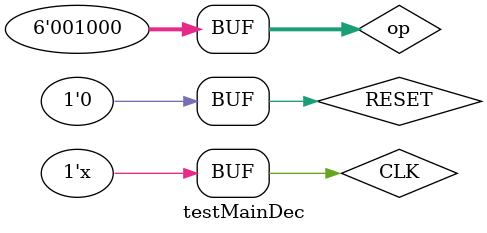
<source format=v>
`timescale 1ns / 1ps


module testMainDec;

	// Inputs
	reg [5:0] op;
	reg CLK;
	reg RESET;

	// Outputs
	wire Mem2Reg;
	wire RegDs;
	wire IrD;
	wire [1:0] PCSr;
	wire ALUSrA;
	wire [1:0] ALUSrB;
	wire IRWr;
	wire MemWr;
	wire PCWr;
	wire Brnch;
	wire RegWr;
	wire [1:0] ALUop;

	// Instantiate the Unit Under Test (UUT)
	ALUMainDec uut (
		.CLK(CLK), 
		.op(op),
		.Mem2Reg(Mem2Reg), 
		.RegDs(RegDs), 
		.IrD(IrD), 
		.PCSr(PCSr), 
		.ALUSrA(ALUSrA), 
		.ALUSrB(ALUSrB), 
		.IRWr(IRWr), 
		.MemWr(MemWr), 
		.PCWr(PCWr), 
		.Brnch(Brnch), 
		.RegWr(RegWr), 
		.ALUop(ALUop)
	);
	initial CLK = 0;
	always #10 CLK = ~ CLK;
	
	initial begin
		// Initialize Inputs
		op = 8;
		RESET = 1;

		// Wait 100 ns for global reset to finish
		#10; RESET = 0;
        
		// Add stimulus here

	end
      
endmodule


</source>
